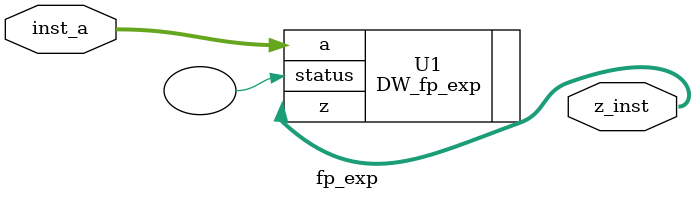
<source format=v>

module CNN(
    //Input Port
    clk,
    rst_n,
    in_valid,
    Img,
    Kernel_ch1,
    Kernel_ch2,
	Weight,
    Opt,

    //Output Port
    out_valid,
    out
    );


//---------------------------------------------------------------------
//   PARAMETER
//---------------------------------------------------------------------

// IEEE floating point parameter
parameter inst_sig_width = 23;
parameter inst_exp_width = 8;
parameter inst_ieee_compliance = 0;
parameter inst_arch_type = 0;
parameter inst_arch = 0;
parameter inst_faithful_round = 0;


input rst_n, clk, in_valid;
input [inst_sig_width+inst_exp_width:0] Img, Kernel_ch1, Kernel_ch2, Weight;
input Opt;

output reg	out_valid;
output reg [inst_sig_width+inst_exp_width:0] out;



//---------------------------------------------------------------------
//   Reg & Wires
//---------------------------------------------------------------------

reg [3:0] c_state, n_state;

reg [6:0] cnt, n_cnt;

reg [31:0] ker1[0:11], n_ker1[0:11];
reg [31:0] ker2[0:11], n_ker2[0:11];

reg [31:0] wei[0:23], n_wei[0:23];

// Opt[1] : 0 -> Sigmoid, Zero
// Opt[0] : 0 -> tanh, Replication 
reg Opt_reg, n_Opt_reg;

// original image
reg [31:0] ori_img[0:24], n_ori_img[0:24];

// feature map
reg [31:0] feature_map1[0:35];
reg [31:0] feature_map2[0:35];

reg [31:0] max_pooling1[0:3];
reg [31:0] max_pooling2[0:3];

// activation
// reg [31:0] activation_result1[0:7];
// reg [31:0] activation_result2[0:3];

// full connected
// reg [31:0] full_connected_result1;
// reg [31:0] full_connected_result2;
// reg [31:0] full_connected_result3;

// // normalization
// reg [31:0] normalized_result[0:7];

// reg [5:0] index;
integer i;

// reg [31:0]sum, exp1, exp2, exp3;

//---------------------------------------------------------------------
// Design
//---------------------------------------------------------------------
always@(posedge clk or negedge rst_n) begin
    if(!rst_n) begin
        cnt <= 0;
    end
    else begin
        cnt <= n_cnt;
    end
end
always@(*) begin
    if(!in_valid && cnt == 0) begin
        n_cnt = 0;
    end
    else if(cnt == 90/*91*/) begin
        n_cnt = 0;
    end
    else begin
        n_cnt = cnt + 1;
    end
end

always@(posedge clk) begin

    ori_img <= n_ori_img;
    ker1 <= n_ker1;
    ker2 <= n_ker2;
    wei <= n_wei;
    Opt_reg <= n_Opt_reg;
end


always@(*) begin
    n_ori_img = ori_img;
    case (cnt)
        0,25,50 : n_ori_img[0] = Img;
        1,26,51 : n_ori_img[1] = Img;
        2,27,52 : n_ori_img[2] = Img;
        3,28,53 : n_ori_img[3] = Img;
        4,29,54 : n_ori_img[4] = Img;
        5,30,55 : n_ori_img[5] = Img;
        6,31,56 : n_ori_img[6] = Img;
        7,32,57 : n_ori_img[7] = Img;
        8,33,58 : n_ori_img[8] = Img;
        9,34,59 : n_ori_img[9] = Img;
        10,35,60 : n_ori_img[10] = Img;
        11,36,61 : n_ori_img[11] = Img;//
        12,37,62 : n_ori_img[12] = Img;
        13,38,63 : n_ori_img[13] = Img;
        14,39,64 : n_ori_img[14] = Img;
        15,40,65 : n_ori_img[15] = Img;
        16,41,66 : n_ori_img[16] = Img;
        17,42,67 : n_ori_img[17] = Img;
        18,43,68 : n_ori_img[18] = Img;
        19,44,69 : n_ori_img[19] = Img;
        20,45,70 : n_ori_img[20] = Img;
        21,46,71 : n_ori_img[21] = Img;
        22,47,72 : n_ori_img[22] = Img;
        23,48,73 : n_ori_img[23] = Img;
        24,49,74 : n_ori_img[24] = Img;
        default : n_ori_img = ori_img;
    endcase
end


always@(*) begin
    n_ker1 = ker1;
    n_ker2 = ker2;
    if (in_valid && cnt < 12) begin
        n_ker1[cnt] = Kernel_ch1;
        n_ker2[cnt] = Kernel_ch2;
    end
    else if(cnt == 33 || cnt == 58)begin
        n_ker1[0] = ker1[4];
        n_ker1[1] = ker1[5];
        n_ker1[2] = ker1[6];
        n_ker1[3] = ker1[7];
        n_ker1[4] = ker1[8];
        n_ker1[5] = ker1[9];
        n_ker1[6] = ker1[10];
        n_ker1[7] = ker1[11];

        n_ker2[0] = ker2[4];
        n_ker2[1] = ker2[5];
        n_ker2[2] = ker2[6];
        n_ker2[3] = ker2[7];
        n_ker2[4] = ker2[8];
        n_ker2[5] = ker2[9];
        n_ker2[6] = ker2[10];
        n_ker2[7] = ker2[11];
    end
    /*else if()begin
        n_ker1[3:0] = ker1[11:8];
        n_ker2[3:0] = ker2[11:8];
    end*/
    else begin
        n_ker1 = ker1;
        n_ker2 = ker2;
    end
end

/*always@(posedge clk) begin
    if(cnt < 24)begin
        wei[23] <= Weight;
        wei[22] <= wei[23];
        wei[21] <= wei[22];
        wei[20] <= wei[21];
        wei[19] <= wei[20];
        wei[18] <= wei[19];
        wei[17] <= wei[18];
        wei[16] <= wei[17];
        wei[15] <= wei[16];
        wei[14] <= wei[15];
        wei[13] <= wei[14];
        wei[12] <= wei[13];
        wei[11] <= wei[12];
        wei[10] <= wei[11];
        wei[9] <= wei[10];
        wei[8] <= wei[9];
        wei[7] <= wei[8];
        wei[6] <= wei[7];
        wei[5] <= wei[6];
        wei[4] <= wei[5];
        wei[3] <= wei[4];
        wei[2] <= wei[3];
        wei[1] <= wei[2];
        wei[0] <= wei[1];
    end
    
end*/
// read data - Weight
always@(*) begin
    n_wei = wei;
    if(in_valid && cnt < 24) 
        n_wei[23] = Weight;
    else begin
        n_wei[23] = wei[0];
    end
    n_wei[0] = wei[1];
    n_wei[1] = wei[2];
    n_wei[2] = wei[3];
    n_wei[3] = wei[4];
    n_wei[4] = wei[5];
    n_wei[5] = wei[6];
    n_wei[6] = wei[7];
    n_wei[7] = wei[8];
    n_wei[8] = wei[9];
    n_wei[9] = wei[10];
    n_wei[10] = wei[11];
    n_wei[11] = wei[12];
    n_wei[12] = wei[13];
    n_wei[13] = wei[14];
    n_wei[14] = wei[15];
    n_wei[15] = wei[16];
    n_wei[16] = wei[17];
    n_wei[17] = wei[18];
    n_wei[18] = wei[19];
    n_wei[19] = wei[20];
    n_wei[20] = wei[21];
    n_wei[21] = wei[22];
    n_wei[22] = wei[23];

end
/*always@(*) begin
    n_wei = wei;
    if(in_valid && cnt < 24) 
        n_wei[cnt] = Weight;
    else if(cnt == 79 || cnt == 80 || cnt == 81) begin
        n_wei[0] = wei[1];
        n_wei[1] = wei[2];
        n_wei[2] = wei[3];
        //n_wei[3] = wei[4];
        n_wei[4] = wei[5];
        n_wei[5] = wei[6];
        n_wei[6] = wei[7];
        //n_wei[7] = wei[8];
        n_wei[8] = wei[9];
        n_wei[9] = wei[10];
        n_wei[10] = wei[11];
        //n_wei[11] = wei[12];
        n_wei[12] = wei[13];
        n_wei[13] = wei[14];
        n_wei[14] = wei[15];
        //n_wei[15] = wei[16];
        n_wei[16] = wei[17];
        n_wei[17] = wei[18];
        n_wei[18] = wei[19];
        //n_wei[19] = wei[20];
        n_wei[20] = wei[21];
        n_wei[21] = wei[22];
        n_wei[22] = wei[23];
    end
    else begin
        n_wei = wei;
    end
end*/

always@(*) begin
    n_Opt_reg = (cnt == 0  && in_valid) ? Opt : Opt_reg;
end

//==============================================//
//                 multipliers                  //
//==============================================//
reg [31:0] mul00_op1, mul00_op2;
wire [31:0] mul00_result;
reg [31:0] mul00_result_reg;
reg [31:0] mul01_op1, mul01_op2;
wire [31:0] mul01_result;
reg [31:0] mul01_result_reg;
reg [31:0] mul02_op1, mul02_op2;
wire [31:0] mul02_result;
reg [31:0] mul02_result_reg;
reg [31:0] mul03_op1, mul03_op2;
wire [31:0] mul03_result;
reg [31:0] mul03_result_reg;
reg [31:0] mul04_op1, mul04_op2;
wire [31:0] mul04_result;
reg [31:0] mul04_result_reg;
reg [31:0] mul05_op1, mul05_op2;  
wire [31:0] mul05_result;
reg [31:0] mul05_result_reg;
reg [31:0] mul06_op1, mul06_op2;
wire [31:0] mul06_result;
reg [31:0] mul06_result_reg;
reg [31:0] mul07_op1, mul07_op2;
wire [31:0] mul07_result;
reg [31:0] mul07_result_reg;

reg [31:0] mul10_op1, mul10_op2;
wire [31:0] mul10_result;
reg [31:0] mul10_result_reg;
reg [31:0] mul11_op1, mul11_op2;
wire [31:0] mul11_result;
reg [31:0] mul11_result_reg;
reg [31:0] mul12_op1, mul12_op2;
wire [31:0] mul12_result;
reg [31:0] mul12_result_reg;
reg [31:0] mul13_op1, mul13_op2;
wire [31:0] mul13_result;
reg [31:0] mul13_result_reg;
reg [31:0] mul14_op1, mul14_op2;
wire [31:0] mul14_result;
reg [31:0] mul14_result_reg;
reg [31:0] mul15_op1, mul15_op2;  
wire [31:0] mul15_result;
reg [31:0] mul15_result_reg;
reg [31:0] mul16_op1, mul16_op2;
wire [31:0] mul16_result;
reg [31:0] mul16_result_reg;
reg [31:0] mul17_op1, mul17_op2;
wire [31:0] mul17_result;
reg [31:0] mul17_result_reg;
//reg [31:0] mul8_op1, mul8_op2;
//wire [31:0] mul8_result;
fp_mult mult00(.inst_a(mul00_op1), .inst_b(mul00_op2), .inst_rnd(3'b000), .z_inst(mul00_result));//k1
fp_mult mult01(.inst_a(mul01_op1), .inst_b(mul01_op2), .inst_rnd(3'b000), .z_inst(mul01_result));
fp_mult mult02(.inst_a(mul02_op1), .inst_b(mul02_op2), .inst_rnd(3'b000), .z_inst(mul02_result));
fp_mult mult03(.inst_a(mul03_op1), .inst_b(mul03_op2), .inst_rnd(3'b000), .z_inst(mul03_result));
fp_mult mult04(.inst_a(mul04_op1), .inst_b(mul04_op2), .inst_rnd(3'b000), .z_inst(mul04_result));
fp_mult mult05(.inst_a(mul05_op1), .inst_b(mul05_op2), .inst_rnd(3'b000), .z_inst(mul05_result));
fp_mult mult06(.inst_a(mul06_op1), .inst_b(mul06_op2), .inst_rnd(3'b000), .z_inst(mul06_result));
fp_mult mult07(.inst_a(mul07_op1), .inst_b(mul07_op2), .inst_rnd(3'b000), .z_inst(mul07_result));

fp_mult mult10(.inst_a(mul10_op1), .inst_b(mul10_op2), .inst_rnd(3'b000), .z_inst(mul10_result));//k2
fp_mult mult11(.inst_a(mul11_op1), .inst_b(mul11_op2), .inst_rnd(3'b000), .z_inst(mul11_result));
fp_mult mult12(.inst_a(mul12_op1), .inst_b(mul12_op2), .inst_rnd(3'b000), .z_inst(mul12_result));
fp_mult mult13(.inst_a(mul13_op1), .inst_b(mul13_op2), .inst_rnd(3'b000), .z_inst(mul13_result));
fp_mult mult14(.inst_a(mul14_op1), .inst_b(mul14_op2), .inst_rnd(3'b000), .z_inst(mul14_result));
fp_mult mult15(.inst_a(mul15_op1), .inst_b(mul15_op2), .inst_rnd(3'b000), .z_inst(mul15_result));
fp_mult mult16(.inst_a(mul16_op1), .inst_b(mul16_op2), .inst_rnd(3'b000), .z_inst(mul16_result));
fp_mult mult17(.inst_a(mul17_op1), .inst_b(mul17_op2), .inst_rnd(3'b000), .z_inst(mul17_result));
//fp_mult mult8(.inst_a(mul8_op1), .inst_b(mul8_op2), .inst_rnd(3'b000), .z_inst(mul8_result));

always@(posedge clk) begin

    mul00_result_reg <= mul00_result;//k1
    mul01_result_reg <= mul01_result;
    mul02_result_reg <= mul02_result;
    mul03_result_reg <= mul03_result;
    mul04_result_reg <= mul04_result;
    mul05_result_reg <= mul05_result;
    mul06_result_reg <= mul06_result;
    mul07_result_reg <= mul07_result;

    mul10_result_reg <= mul10_result;//k2
    mul11_result_reg <= mul11_result;
    mul12_result_reg <= mul12_result;
    mul13_result_reg <= mul13_result;
    mul14_result_reg <= mul14_result;
    mul15_result_reg <= mul15_result;
    mul16_result_reg <= mul16_result;
    mul17_result_reg <= mul17_result;
end

//==============================================//
//                    adders                    //
//==============================================//
reg [31:0] add00_op1, add00_op2;
wire [31:0] add00_result;
reg [31:0] add01_op1, add01_op2;
wire [31:0] add01_result;
reg [31:0] add02_op1, add02_op2;
wire [31:0] add02_result;
reg [31:0] add03_op1, add03_op2;
wire [31:0] add03_result;
reg [31:0] add04_op1, add04_op2;
wire [31:0] add04_result;
reg [31:0] add05_op1, add05_op2;
wire [31:0] add05_result;
reg [31:0] add06_op1, add06_op2;
wire [31:0] add06_result;
reg [31:0] add07_op1, add07_op2;
wire [31:0] add07_result;

reg [31:0] add10_op1, add10_op2;
wire [31:0] add10_result;
reg [31:0] add11_op1, add11_op2;
wire [31:0] add11_result;
reg [31:0] add12_op1, add12_op2;
wire [31:0] add12_result;
reg [31:0] add13_op1, add13_op2;
wire [31:0] add13_result;
reg [31:0] add14_op1, add14_op2;
wire [31:0] add14_result;
reg [31:0] add15_op1, add15_op2;
wire [31:0] add15_result;
reg [31:0] add16_op1, add16_op2;
wire [31:0] add16_result;
reg [31:0] add17_op1, add17_op2;
wire [31:0] add17_result;
// reg [31:0] add8_op1, add8_op2;
//wire [31:0] add8_result;

// k1
fp_add add00(.inst_a(add00_op1), .inst_b(add00_op2), .inst_rnd(3'b000), .z_inst(add00_result));// k1
fp_add add01(.inst_a(add01_op1), .inst_b(add01_op2), .inst_rnd(3'b000), .z_inst(add01_result));
fp_add add02(.inst_a(add02_op1), .inst_b(add02_op2), .inst_rnd(3'b000), .z_inst(add02_result));
fp_add add03(.inst_a(add03_op1), .inst_b(add03_op2), .inst_rnd(3'b000), .z_inst(add03_result));
fp_add add04(.inst_a(add04_op1), .inst_b(add04_op2), .inst_rnd(3'b000), .z_inst(add04_result));
fp_add add05(.inst_a(add05_op1), .inst_b(add05_op2), .inst_rnd(3'b000), .z_inst(add05_result));
fp_add add06(.inst_a(add06_op1), .inst_b(add06_op2), .inst_rnd(3'b000), .z_inst(add06_result));
fp_add add07(.inst_a(add07_op1), .inst_b(add07_op2), .inst_rnd(3'b000), .z_inst(add07_result));
// fp_add add8(.inst_a(add7_result), .inst_b(add6_result), .inst_rnd(3'b000), .z_inst(add8_result));

// k2
fp_add add10(.inst_a(add10_op1), .inst_b(add10_op2), .inst_rnd(3'b000), .z_inst(add10_result));// k2
fp_add add11(.inst_a(add11_op1), .inst_b(add11_op2), .inst_rnd(3'b000), .z_inst(add11_result));
fp_add add12(.inst_a(add12_op1), .inst_b(add12_op2), .inst_rnd(3'b000), .z_inst(add12_result));
fp_add add13(.inst_a(add13_op1), .inst_b(add13_op2), .inst_rnd(3'b000), .z_inst(add13_result));
fp_add add14(.inst_a(add14_op1), .inst_b(add14_op2), .inst_rnd(3'b000), .z_inst(add14_result));
fp_add add15(.inst_a(add15_op1), .inst_b(add15_op2), .inst_rnd(3'b000), .z_inst(add15_result));
fp_add add16(.inst_a(add16_op1), .inst_b(add16_op2), .inst_rnd(3'b000), .z_inst(add16_result));
fp_add add17(.inst_a(add17_op1), .inst_b(add17_op2), .inst_rnd(3'b000), .z_inst(add17_result));

reg  [31:0] exp0_input, exp1_input;
wire [31:0] exp0_result, exp1_result;
reg  [31:0] exp0_result_reg, exp1_result_reg;
fp_exp exp00(.inst_a(exp0_input), .z_inst(exp0_result));
fp_exp exp01(.inst_a(exp1_input), .z_inst(exp1_result));

always@(posedge clk) begin
    exp0_result_reg <= exp0_result;
    exp1_result_reg <= exp1_result;
end

reg  [31:0] div0_op1, div0_op2;
wire [31:0] div0_result;
// reg  [31:0] div0_result_reg;
reg  [31:0] div1_op1, div1_op2;
wire [31:0] div1_result;
// reg  [31:0] div1_result_reg;
fp_div div0(.inst_a(div0_op1), .inst_b(div0_op2), .inst_rnd(3'b000), .z_inst(div0_result));
fp_div div1(.inst_a(div1_op1), .inst_b(div1_op2), .inst_rnd(3'b000), .z_inst(div1_result));

// always@(posedge clk) begin
//     div0_result_reg <= div0_result;
//     div1_result_reg <= div1_result;
// end

always@(*) begin
        //k1
        add00_op1 = mul00_result_reg; add00_op2 = mul01_result_reg;
        add01_op1 = mul02_result_reg; add01_op2 = mul03_result_reg;
        add02_op1 = add00_result;     add02_op2 = feature_map1[0];
        add03_op1 = add02_result;     add03_op2 = add01_result;
        add04_op1 = mul04_result_reg; add04_op2 = mul05_result_reg;
        add05_op1 = mul06_result_reg; add05_op2 = mul07_result_reg;
        add06_op1 = add04_result;     add06_op2 = feature_map1[1];
        add07_op1 = add06_result;     add07_op2 = add05_result;
        //k2
        add10_op1 = mul10_result_reg; add10_op2 = mul11_result_reg;
        add11_op1 = mul12_result_reg; add11_op2 = mul13_result_reg;
        add12_op1 = add10_result;     add12_op2 = feature_map2[0];
        add13_op1 = add12_result;     add13_op2 = add11_result;
        add14_op1 = mul14_result_reg; add14_op2 = mul15_result_reg;
        add15_op1 = mul16_result_reg; add15_op2 = mul17_result_reg;
        add16_op1 = add14_result;     add16_op2 = feature_map2[1];
        add17_op1 = add16_result;     add17_op2 = add15_result;
    // activation
    if(cnt == 80) begin
        add01_op1 = mul00_result_reg; add01_op2 = mul01_result_reg;
        add03_op1 = mul02_result_reg; add03_op2 = mul03_result_reg;
        add05_op1 = mul10_result_reg; add05_op2 = mul11_result_reg;//04 05
    end
    else if(cnt == 81 || cnt == 82 || cnt == 83) begin
        add00_op1 = mul00_result_reg; add00_op2 = feature_map1[33];
        add01_op1 = add00_result;     add01_op2 = mul01_result_reg; //full_connected_result1
        add02_op1 = mul02_result_reg; add02_op2 = feature_map1[34];
        add03_op1 = add02_result;     add03_op2 = mul03_result_reg; //full_connected_result2
        add04_op1 = mul10_result_reg; add04_op2 = feature_map1[35];
        add05_op1 = add04_result;     add05_op2 = mul11_result_reg; //full_connected_result3
    end
    // softmax
    else if(cnt == 85) begin
        add01_op1 = exp0_result_reg; 
        add01_op2 = exp1_result_reg;
    end
    else if(cnt == 86) begin
        add01_op1 = exp0_result_reg; 
        add01_op2 = feature_map1[35];//sum
    end
end

always@(posedge clk) begin
    if(cnt == 0) begin
        for(i = 0; i < 36; i = i + 1) begin
            feature_map1[i] <= 0;
            feature_map2[i] <= 0;
        end
    end
    else if((cnt > 9 && cnt < 28) || (cnt > 34 && cnt < 53) || (cnt > 59 && cnt < 78)) begin
        feature_map1[0] <= feature_map1[2];
        feature_map1[1] <= feature_map1[3];
        feature_map1[2] <= feature_map1[4];
        feature_map1[3] <= feature_map1[5];
        feature_map1[4] <= feature_map1[6];
        feature_map1[5] <= feature_map1[7];
        feature_map1[6] <= feature_map1[8];
        feature_map1[7] <= feature_map1[9];
        feature_map1[8] <= feature_map1[10];
        feature_map1[9] <= feature_map1[11];
        feature_map1[10] <= feature_map1[12];
        feature_map1[11] <= feature_map1[13];
        feature_map1[12] <= feature_map1[14];
        feature_map1[13] <= feature_map1[15];
        feature_map1[14] <= feature_map1[16];
        feature_map1[15] <= feature_map1[17];
        feature_map1[16] <= feature_map1[18];
        feature_map1[17] <= feature_map1[19];
        feature_map1[18] <= feature_map1[20];
        feature_map1[19] <= feature_map1[21];
        feature_map1[20] <= feature_map1[22];
        feature_map1[21] <= feature_map1[23];
        feature_map1[22] <= feature_map1[24];
        feature_map1[23] <= feature_map1[25];
        feature_map1[24] <= feature_map1[26];
        feature_map1[25] <= feature_map1[27];
        feature_map1[26] <= feature_map1[28];
        feature_map1[27] <= feature_map1[29];
        feature_map1[28] <= feature_map1[30];
        feature_map1[29] <= feature_map1[31];
        feature_map1[30] <= feature_map1[32];
        feature_map1[31] <= feature_map1[33];
        feature_map1[32] <= feature_map1[34];
        feature_map1[33] <= feature_map1[35];
        feature_map1[34] <= add03_result;
        feature_map1[35] <= add07_result;

        feature_map2[0] <= feature_map2[2];
        feature_map2[1] <= feature_map2[3];
        feature_map2[2] <= feature_map2[4];
        feature_map2[3] <= feature_map2[5];
        feature_map2[4] <= feature_map2[6];
        feature_map2[5] <= feature_map2[7];
        feature_map2[6] <= feature_map2[8];
        feature_map2[7] <= feature_map2[9];
        feature_map2[8] <= feature_map2[10];
        feature_map2[9] <= feature_map2[11];
        feature_map2[10] <= feature_map2[12];
        feature_map2[11] <= feature_map2[13];
        feature_map2[12] <= feature_map2[14];
        feature_map2[13] <= feature_map2[15];
        feature_map2[14] <= feature_map2[16];
        feature_map2[15] <= feature_map2[17];
        feature_map2[16] <= feature_map2[18];
        feature_map2[17] <= feature_map2[19];
        feature_map2[18] <= feature_map2[20];
        feature_map2[19] <= feature_map2[21];
        feature_map2[20] <= feature_map2[22];
        feature_map2[21] <= feature_map2[23];
        feature_map2[22] <= feature_map2[24];
        feature_map2[23] <= feature_map2[25];
        feature_map2[24] <= feature_map2[26];
        feature_map2[25] <= feature_map2[27];
        feature_map2[26] <= feature_map2[28];
        feature_map2[27] <= feature_map2[29];
        feature_map2[28] <= feature_map2[30];
        feature_map2[29] <= feature_map2[31];
        feature_map2[30] <= feature_map2[32];
        feature_map2[31] <= feature_map2[33];
        feature_map2[32] <= feature_map2[34];
        feature_map2[33] <= feature_map2[35];
        feature_map2[34] <= add13_result;
        feature_map2[35] <= add17_result;
    end
    else if(cnt == 78 || cnt == 79 || cnt == 80 || cnt == 81) begin
        feature_map1[0] <= div0_result; //activation_result1[0]
        feature_map2[0] <= div1_result; //activation_result1[4]
        feature_map1[33] <= add01_result; //full_connected_result1
        feature_map1[34] <= add03_result; //full_connected_result2
        feature_map1[35] <= add05_result; //full_connected_result3
    end
    if(cnt == 82 || cnt == 83) begin
        feature_map1[33] <= add01_result; //full_connected_result1
        feature_map1[34] <= add03_result; //full_connected_result2
        feature_map1[35] <= add05_result; //full_connected_result3
    end
    if(cnt == 84) begin
        feature_map1[32] <= exp0_result;//exp1
        feature_map1[33] <= exp1_result;//exp2
    end
    else if(cnt == 85) begin
        feature_map1[34] <= exp0_result;//exp3
        feature_map1[35] <= add01_result;//sum
    end
    else if(cnt == 86) begin
        feature_map1[35] <= add01_result;//sum
    end
    else if(cnt == 87 || cnt == 88 || cnt == 89) begin
        feature_map1[0] <= div0_result; //output
    end

end

always@(*) begin
    mul00_op1 = 0; mul01_op1 = 0; 
    mul02_op1 = 0; mul03_op1 = 0;
    mul04_op1 = 0; mul05_op1 = 0;
    mul06_op1 = 0; mul07_op1 = 0;
    // row 0
    if(cnt == 9 || cnt == 34 || cnt == 59) begin
        mul00_op1 = (Opt_reg) ? ori_img[ 0] : 0; mul01_op1 = (Opt_reg) ? ori_img[ 0] : 0; 
        mul02_op1 = (Opt_reg) ? ori_img[ 0] : 0; mul03_op1 =             ori_img[ 0]; 
        mul04_op1 = (Opt_reg) ? ori_img[ 0] : 0; mul05_op1 = (Opt_reg) ? ori_img[ 1] : 0;
        mul06_op1 =             ori_img[ 0];     mul07_op1 =             ori_img[ 1];
    end else if(cnt == 10 || cnt == 35 || cnt == 60) begin
        mul00_op1 = (Opt_reg) ? ori_img[ 1] : 0; mul01_op1 = (Opt_reg) ? ori_img[ 2] : 0; 
        mul02_op1 =             ori_img[ 1];     mul03_op1 =             ori_img[ 2]; 
        mul04_op1 = (Opt_reg) ? ori_img[ 2] : 0; mul05_op1 = (Opt_reg) ? ori_img[ 3] : 0;
        mul06_op1 =             ori_img[ 2];     mul07_op1 =             ori_img[ 3];
    end else if(cnt == 11 || cnt == 36 || cnt == 61) begin 
        mul00_op1 = (Opt_reg) ? ori_img[ 3] : 0; mul01_op1 = (Opt_reg) ? ori_img[ 4] : 0; 
        mul02_op1 =             ori_img[ 3];     mul03_op1 =             ori_img[ 4]; 
        mul04_op1 = (Opt_reg) ? ori_img[ 4] : 0; mul05_op1 = (Opt_reg) ? ori_img[ 4] : 0;
        mul06_op1 =             ori_img[ 4];     mul07_op1 = (Opt_reg) ? ori_img[ 4] : 0; 
    end 
    // row 1
    else if(cnt == 12 || cnt == 37 || cnt == 62) begin
        mul00_op1 = (Opt_reg) ? ori_img[ 0] : 0; mul01_op1 =             ori_img[ 0]; 
        mul02_op1 = (Opt_reg) ? ori_img[ 5] : 0; mul03_op1 =             ori_img[ 5]; 
        mul04_op1 =             ori_img[ 0];     mul05_op1 =             ori_img[ 1];
        mul06_op1 =             ori_img[ 5];     mul07_op1 =             ori_img[ 6];  
    end else if(cnt == 13 || cnt == 38 || cnt == 63) begin 
        mul00_op1 =             ori_img[ 1];     mul01_op1 =             ori_img[ 2]; 
        mul02_op1 =             ori_img[ 6];     mul03_op1 =             ori_img[ 7]; 
        mul04_op1 =             ori_img[ 2];     mul05_op1 =             ori_img[ 3];
        mul06_op1 =             ori_img[ 7];     mul07_op1 =             ori_img[ 8];                 
    end else if(cnt == 14 || cnt == 39 || cnt == 64) begin
        mul00_op1 =             ori_img[ 3];     mul01_op1 =             ori_img[ 4]; 
        mul02_op1 =             ori_img[ 8];     mul03_op1 =             ori_img[ 9]; 
        mul04_op1 =             ori_img[ 4];     mul05_op1 = (Opt_reg) ? ori_img[ 4] : 0;
        mul06_op1 =             ori_img[ 9];     mul07_op1 = (Opt_reg) ? ori_img[ 9] : 0; 
    end
    // row 2
    else if(cnt == 15 || cnt == 40 || cnt == 65) begin
        mul00_op1 = (Opt_reg) ? ori_img[ 5] : 0; mul01_op1 =             ori_img[ 5]; 
        mul02_op1 = (Opt_reg) ? ori_img[10] : 0; mul03_op1 =             ori_img[10]; 
        mul04_op1 =             ori_img[ 5];     mul05_op1 =             ori_img[ 6];
        mul06_op1 =             ori_img[10];     mul07_op1 =             ori_img[11];
    end else if(cnt == 16 || cnt == 41 || cnt == 66) begin
        mul00_op1 =             ori_img[ 6];     mul01_op1 =             ori_img[ 7]; 
        mul02_op1 =             ori_img[11];     mul03_op1 =             ori_img[12]; 
        mul04_op1 =             ori_img[ 7];     mul05_op1 =             ori_img[ 8];
        mul06_op1 =             ori_img[12];     mul07_op1 =             ori_img[13];
    end else if(cnt == 17 || cnt == 42 || cnt == 67) begin    
        mul00_op1 =             ori_img[ 8];     mul01_op1 =             ori_img[ 9]; 
        mul02_op1 =             ori_img[13];     mul03_op1 =             ori_img[14]; 
        mul04_op1 =             ori_img[ 9];     mul05_op1 = (Opt_reg) ? ori_img[ 9] : 0;
        mul06_op1 =             ori_img[14];     mul07_op1 = (Opt_reg) ? ori_img[14] : 0;                
    end 
    // row 3
    else if(cnt == 18 || cnt == 43 || cnt == 68) begin    
        mul00_op1 = (Opt_reg) ? ori_img[10] : 0; mul01_op1 =             ori_img[10]; 
        mul02_op1 = (Opt_reg) ? ori_img[15] : 0; mul03_op1 =             ori_img[15]; 
        mul04_op1 =             ori_img[10];     mul05_op1 =             ori_img[11];
        mul06_op1 =             ori_img[15];     mul07_op1 =             ori_img[16];
    end else if(cnt == 19 || cnt == 44 || cnt == 69) begin    
        mul00_op1 =             ori_img[11];     mul01_op1 =             ori_img[12]; 
        mul02_op1 =             ori_img[16];     mul03_op1 =             ori_img[17]; 
        mul04_op1 =             ori_img[12];     mul05_op1 =             ori_img[13];
        mul06_op1 =             ori_img[17];     mul07_op1 =             ori_img[18];            
    end else if(cnt == 20 || cnt == 45 || cnt == 70) begin
        mul00_op1 =             ori_img[13];     mul01_op1 =             ori_img[14]; 
        mul02_op1 =             ori_img[18];     mul03_op1 =             ori_img[19]; 
        mul04_op1 =             ori_img[14];     mul05_op1 = (Opt_reg) ? ori_img[14] : 0;
        mul06_op1 =             ori_img[19];     mul07_op1 = (Opt_reg) ? ori_img[19] : 0; 
    end
    // last row 
    else if(cnt == 21 || cnt == 46 || cnt == 71) begin
        mul00_op1 = (Opt_reg) ? ori_img[15] : 0; mul01_op1 =             ori_img[15]; 
        mul02_op1 = (Opt_reg) ? ori_img[20] : 0; mul03_op1 =             ori_img[20]; 
        mul04_op1 = (Opt_reg) ? ori_img[20] : 0; mul05_op1 =             ori_img[20];
        mul06_op1 = (Opt_reg) ? ori_img[20] : 0; mul07_op1 = (Opt_reg) ? ori_img[20] : 0; 
    end else if(cnt == 22 || cnt == 47 || cnt == 72) begin
        mul00_op1 =             ori_img[15];     mul01_op1 =             ori_img[16]; 
        mul02_op1 =             ori_img[20];     mul03_op1 =             ori_img[21]; 
        mul04_op1 =             ori_img[20];     mul05_op1 =             ori_img[21];
        mul06_op1 = (Opt_reg) ? ori_img[20] : 0; mul07_op1 = (Opt_reg) ? ori_img[21] : 0; 
    end else if(cnt == 23 || cnt == 48 || cnt == 73) begin    
        mul00_op1 =             ori_img[16];     mul01_op1 =             ori_img[17]; 
        mul02_op1 =             ori_img[21];     mul03_op1 =             ori_img[22]; 
        mul04_op1 =             ori_img[21];     mul05_op1 =             ori_img[22];
        mul06_op1 = (Opt_reg) ? ori_img[21] : 0; mul07_op1 = (Opt_reg) ? ori_img[22] : 0;             
    end else if(cnt == 24 || cnt == 49 || cnt == 74) begin    
        mul00_op1 =             ori_img[17];     mul01_op1 =             ori_img[18]; 
        mul02_op1 =             ori_img[22];     mul03_op1 =             ori_img[23]; 
        mul04_op1 =             ori_img[22];     mul05_op1 =             ori_img[23];
        mul06_op1 = (Opt_reg) ? ori_img[22] : 0; mul07_op1 = (Opt_reg) ? ori_img[23] : 0; 
    end else if(cnt == 25 || cnt == 50 || cnt == 75) begin    
        mul00_op1 =             ori_img[18];     mul01_op1 =             ori_img[19]; 
        mul02_op1 =             ori_img[23];     mul03_op1 =             ori_img[24]; 
        mul04_op1 =             ori_img[23];     mul05_op1 =             ori_img[24];
        mul06_op1 = (Opt_reg) ? ori_img[23] : 0; mul07_op1 = (Opt_reg) ? ori_img[24] : 0;            
    end else if(cnt == 26 || cnt == 51 || cnt == 76) begin   
        mul00_op1 =             ori_img[19];     mul01_op1 = (Opt_reg) ? ori_img[19] : 0;
        mul02_op1 =             ori_img[24];     mul03_op1 = (Opt_reg) ? ori_img[24] : 0;
        mul04_op1 =             ori_img[24];     mul05_op1 = (Opt_reg) ? ori_img[24] : 0;
        mul06_op1 = (Opt_reg) ? ori_img[24] : 0; mul07_op1 = (Opt_reg) ? ori_img[24] : 0; 
    end 
    // activation
    else if(cnt == 79 || cnt == 80 || cnt == 81 || cnt == 82) begin
        mul00_op1 = feature_map1[0]; mul01_op1 = feature_map2[0];//activation_result1[0] [4]
        mul02_op1 = feature_map1[0]; mul03_op1 = feature_map2[0];
        //mul10_op1 = feature_map1[0]; mul11_op1 = feature_map2[0];//mul04_op1 = feature_map1[0]; mul05_op1 = feature_map2[0];
    end
end
always@(*) begin
    mul10_op1 = mul00_op1; 
    mul11_op1 = mul01_op1; 
    mul12_op1 = mul02_op1; 
    mul13_op1 = mul03_op1;
    mul14_op1 = mul04_op1; 
    mul15_op1 = mul05_op1;
    mul16_op1 = mul06_op1; 
    mul17_op1 = mul07_op1;
end
/*always@(*) begin
    mul00_op1 = 0; mul01_op1 = 0; 
    mul02_op1 = 0; mul03_op1 = 0;
    mul04_op1 = 0; mul05_op1 = 0;
    mul06_op1 = 0; mul07_op1 = 0;
    mul10_op1 = 0; mul11_op1 = 0; 
    mul12_op1 = 0; mul13_op1 = 0;
    mul14_op1 = 0; mul15_op1 = 0;
    mul16_op1 = 0; mul17_op1 = 0;
    // row 0
    if(cnt == 9 || cnt == 34 || cnt == 59) begin
        mul00_op1 = (Opt_reg) ? ori_img[ 0] : 0; mul01_op1 = (Opt_reg) ? ori_img[ 0] : 0; 
        mul02_op1 = (Opt_reg) ? ori_img[ 0] : 0; mul03_op1 =             ori_img[ 0]; 
        mul04_op1 = (Opt_reg) ? ori_img[ 0] : 0; mul05_op1 = (Opt_reg) ? ori_img[ 1] : 0;
        mul06_op1 =             ori_img[ 0];     mul07_op1 =             ori_img[ 1];

        mul10_op1 = (Opt_reg) ? ori_img[ 0] : 0; mul11_op1 = (Opt_reg) ? ori_img[ 0] : 0; 
        mul12_op1 = (Opt_reg) ? ori_img[ 0] : 0; mul13_op1 =             ori_img[ 0]; 
        mul14_op1 = (Opt_reg) ? ori_img[ 0] : 0; mul15_op1 = (Opt_reg) ? ori_img[ 1] : 0;
        mul16_op1 =             ori_img[ 0];     mul17_op1 =             ori_img[ 1];
    end else if(cnt == 10 || cnt == 35 || cnt == 60) begin
        mul00_op1 = (Opt_reg) ? ori_img[ 1] : 0; mul01_op1 = (Opt_reg) ? ori_img[ 2] : 0; 
        mul02_op1 =             ori_img[ 1];     mul03_op1 =             ori_img[ 2]; 
        mul04_op1 = (Opt_reg) ? ori_img[ 2] : 0; mul05_op1 = (Opt_reg) ? ori_img[ 3] : 0;
        mul06_op1 =             ori_img[ 2];     mul07_op1 =             ori_img[ 3];

        mul10_op1 = (Opt_reg) ? ori_img[ 1] : 0; mul11_op1 = (Opt_reg) ? ori_img[ 2] : 0; 
        mul12_op1 =             ori_img[ 1];     mul13_op1 =             ori_img[ 2]; 
        mul14_op1 = (Opt_reg) ? ori_img[ 2] : 0; mul15_op1 = (Opt_reg) ? ori_img[ 3] : 0;
        mul16_op1 =             ori_img[ 2];     mul17_op1 =             ori_img[ 3];
    end else if(cnt == 11 || cnt == 36 || cnt == 61) begin 
        mul00_op1 = (Opt_reg) ? ori_img[ 3] : 0; mul01_op1 = (Opt_reg) ? ori_img[ 4] : 0; 
        mul02_op1 =             ori_img[ 3];     mul03_op1 =             ori_img[ 4]; 
        mul04_op1 = (Opt_reg) ? ori_img[ 4] : 0; mul05_op1 = (Opt_reg) ? ori_img[ 4] : 0;
        mul06_op1 =             ori_img[ 4];     mul07_op1 = (Opt_reg) ? ori_img[ 4] : 0; 

        mul10_op1 = (Opt_reg) ? ori_img[ 3] : 0; mul11_op1 = (Opt_reg) ? ori_img[ 4] : 0; 
        mul12_op1 =             ori_img[ 3];     mul13_op1 =             ori_img[ 4]; 
        mul14_op1 = (Opt_reg) ? ori_img[ 4] : 0; mul15_op1 = (Opt_reg) ? ori_img[ 4] : 0;
        mul16_op1 =             ori_img[ 4];     mul17_op1 = (Opt_reg) ? ori_img[ 4] : 0; 
    end 
    // row 1
    else if(cnt == 12 || cnt == 37 || cnt == 62) begin
        mul00_op1 = (Opt_reg) ? ori_img[ 0] : 0; mul01_op1 =             ori_img[ 0]; 
        mul02_op1 = (Opt_reg) ? ori_img[ 5] : 0; mul03_op1 =             ori_img[ 5]; 
        mul04_op1 =             ori_img[ 0];     mul05_op1 =             ori_img[ 1];
        mul06_op1 =             ori_img[ 5];     mul07_op1 =             ori_img[ 6];  

        mul10_op1 = (Opt_reg) ? ori_img[ 0] : 0; mul11_op1 =             ori_img[ 0]; 
        mul12_op1 = (Opt_reg) ? ori_img[ 5] : 0; mul13_op1 =             ori_img[ 5]; 
        mul14_op1 =             ori_img[ 0];     mul15_op1 =             ori_img[ 1];
        mul16_op1 =             ori_img[ 5];     mul17_op1 =             ori_img[ 6]; 
    end else if(cnt == 13 || cnt == 38 || cnt == 63) begin 
        mul00_op1 =             ori_img[ 1];     mul01_op1 =             ori_img[ 2]; 
        mul02_op1 =             ori_img[ 6];     mul03_op1 =             ori_img[ 7]; 
        mul04_op1 =             ori_img[ 2];     mul05_op1 =             ori_img[ 3];
        mul06_op1 =             ori_img[ 7];     mul07_op1 =             ori_img[ 8];   

        mul10_op1 =             ori_img[ 1];     mul11_op1 =             ori_img[ 2]; 
        mul12_op1 =             ori_img[ 6];     mul13_op1 =             ori_img[ 7]; 
        mul14_op1 =             ori_img[ 2];     mul15_op1 =             ori_img[ 3];
        mul16_op1 =             ori_img[ 7];     mul17_op1 =             ori_img[ 8];               
    end else if(cnt == 14 || cnt == 39 || cnt == 64) begin
        mul00_op1 =             ori_img[ 3];     mul01_op1 =             ori_img[ 4]; 
        mul02_op1 =             ori_img[ 8];     mul03_op1 =             ori_img[ 9]; 
        mul04_op1 =             ori_img[ 4];     mul05_op1 = (Opt_reg) ? ori_img[ 4] : 0;
        mul06_op1 =             ori_img[ 9];     mul07_op1 = (Opt_reg) ? ori_img[ 9] : 0; 

        mul10_op1 =             ori_img[ 3];     mul11_op1 =             ori_img[ 4]; 
        mul12_op1 =             ori_img[ 8];     mul13_op1 =             ori_img[ 9]; 
        mul14_op1 =             ori_img[ 4];     mul15_op1 = (Opt_reg) ? ori_img[ 4] : 0;
        mul16_op1 =             ori_img[ 9];     mul17_op1 = (Opt_reg) ? ori_img[ 9] : 0; 
    end
    // row 2
    else if(cnt == 15 || cnt == 40 || cnt == 65) begin
        mul00_op1 = (Opt_reg) ? ori_img[ 5] : 0; mul01_op1 =             ori_img[ 5]; 
        mul02_op1 = (Opt_reg) ? ori_img[10] : 0; mul03_op1 =             ori_img[10]; 
        mul04_op1 =             ori_img[ 5];     mul05_op1 =             ori_img[ 6];
        mul06_op1 =             ori_img[10];     mul07_op1 =             ori_img[11];

        mul10_op1 = (Opt_reg) ? ori_img[ 5] : 0; mul11_op1 =             ori_img[ 5]; 
        mul12_op1 = (Opt_reg) ? ori_img[10] : 0; mul13_op1 =             ori_img[10]; 
        mul14_op1 =             ori_img[ 5];     mul15_op1 =             ori_img[ 6];
        mul16_op1 =             ori_img[10];     mul17_op1 =             ori_img[11];
    end else if(cnt == 16 || cnt == 41 || cnt == 66) begin
        mul00_op1 =             ori_img[ 6];     mul01_op1 =             ori_img[ 7]; 
        mul02_op1 =             ori_img[11];     mul03_op1 =             ori_img[12]; 
        mul04_op1 =             ori_img[ 7];     mul05_op1 =             ori_img[ 8];
        mul06_op1 =             ori_img[12];     mul07_op1 =             ori_img[13];

        mul10_op1 =             ori_img[ 6];     mul11_op1 =             ori_img[ 7]; 
        mul12_op1 =             ori_img[11];     mul13_op1 =             ori_img[12]; 
        mul14_op1 =             ori_img[ 7];     mul15_op1 =             ori_img[ 8];
        mul16_op1 =             ori_img[12];     mul17_op1 =             ori_img[13];
    end else if(cnt == 17 || cnt == 42 || cnt == 67) begin    
        mul00_op1 =             ori_img[ 8];     mul01_op1 =             ori_img[ 9]; 
        mul02_op1 =             ori_img[13];     mul03_op1 =             ori_img[14]; 
        mul04_op1 =             ori_img[ 9];     mul05_op1 = (Opt_reg) ? ori_img[ 9] : 0;
        mul06_op1 =             ori_img[14];     mul07_op1 = (Opt_reg) ? ori_img[14] : 0;      

        mul10_op1 =             ori_img[ 8];     mul11_op1 =             ori_img[ 9]; 
        mul12_op1 =             ori_img[13];     mul13_op1 =             ori_img[14]; 
        mul14_op1 =             ori_img[ 9];     mul15_op1 = (Opt_reg) ? ori_img[ 9] : 0;
        mul16_op1 =             ori_img[14];     mul17_op1 = (Opt_reg) ? ori_img[14] : 0;             
    end 
    // row 3
    else if(cnt == 18 || cnt == 43 || cnt == 68) begin    
        mul00_op1 = (Opt_reg) ? ori_img[10] : 0; mul01_op1 =             ori_img[10]; 
        mul02_op1 = (Opt_reg) ? ori_img[15] : 0; mul03_op1 =             ori_img[15]; 
        mul04_op1 =             ori_img[10];     mul05_op1 =             ori_img[11];
        mul06_op1 =             ori_img[15];     mul07_op1 =             ori_img[16];

        mul10_op1 = (Opt_reg) ? ori_img[10] : 0; mul11_op1 =             ori_img[10]; 
        mul12_op1 = (Opt_reg) ? ori_img[15] : 0; mul13_op1 =             ori_img[15]; 
        mul14_op1 =             ori_img[10];     mul15_op1 =             ori_img[11];
        mul16_op1 =             ori_img[15];     mul17_op1 =             ori_img[16];
    end else if(cnt == 19 || cnt == 44 || cnt == 69) begin    
        mul00_op1 =             ori_img[11];     mul01_op1 =             ori_img[12]; 
        mul02_op1 =             ori_img[16];     mul03_op1 =             ori_img[17]; 
        mul04_op1 =             ori_img[12];     mul05_op1 =             ori_img[13];
        mul06_op1 =             ori_img[17];     mul07_op1 =             ori_img[18];        

        mul10_op1 =             ori_img[11];     mul11_op1 =             ori_img[12]; 
        mul12_op1 =             ori_img[16];     mul13_op1 =             ori_img[17]; 
        mul14_op1 =             ori_img[12];     mul15_op1 =             ori_img[13];
        mul16_op1 =             ori_img[17];     mul17_op1 =             ori_img[18];         
    end else if(cnt == 20 || cnt == 45 || cnt == 70) begin
        mul00_op1 =             ori_img[13];     mul01_op1 =             ori_img[14]; 
        mul02_op1 =             ori_img[18];     mul03_op1 =             ori_img[19]; 
        mul04_op1 =             ori_img[14];     mul05_op1 = (Opt_reg) ? ori_img[14] : 0;
        mul06_op1 =             ori_img[19];     mul07_op1 = (Opt_reg) ? ori_img[19] : 0; 

        mul10_op1 =             ori_img[13];     mul11_op1 =             ori_img[14]; 
        mul12_op1 =             ori_img[18];     mul13_op1 =             ori_img[19]; 
        mul14_op1 =             ori_img[14];     mul15_op1 = (Opt_reg) ? ori_img[14] : 0;
        mul16_op1 =             ori_img[19];     mul17_op1 = (Opt_reg) ? ori_img[19] : 0; 
    end
    // last row 
    else if(cnt == 21 || cnt == 46 || cnt == 71) begin
        mul00_op1 = (Opt_reg) ? ori_img[15] : 0; mul01_op1 =             ori_img[15]; 
        mul02_op1 = (Opt_reg) ? ori_img[20] : 0; mul03_op1 =             ori_img[20]; 
        mul04_op1 = (Opt_reg) ? ori_img[20] : 0; mul05_op1 =             ori_img[20];
        mul06_op1 = (Opt_reg) ? ori_img[20] : 0; mul07_op1 = (Opt_reg) ? ori_img[20] : 0; 

        mul10_op1 = (Opt_reg) ? ori_img[15] : 0; mul11_op1 =             ori_img[15]; 
        mul12_op1 = (Opt_reg) ? ori_img[20] : 0; mul13_op1 =             ori_img[20]; 
        mul14_op1 = (Opt_reg) ? ori_img[20] : 0; mul15_op1 =             ori_img[20];
        mul16_op1 = (Opt_reg) ? ori_img[20] : 0; mul17_op1 = (Opt_reg) ? ori_img[20] : 0; 
    end else if(cnt == 22 || cnt == 47 || cnt == 72) begin
        mul00_op1 =             ori_img[15];     mul01_op1 =             ori_img[16]; 
        mul02_op1 =             ori_img[20];     mul03_op1 =             ori_img[21]; 
        mul04_op1 =             ori_img[20];     mul05_op1 =             ori_img[21];
        mul06_op1 = (Opt_reg) ? ori_img[20] : 0; mul07_op1 = (Opt_reg) ? ori_img[21] : 0; 

        mul10_op1 =             ori_img[15];     mul11_op1 =             ori_img[16]; 
        mul12_op1 =             ori_img[20];     mul13_op1 =             ori_img[21]; 
        mul14_op1 =             ori_img[20];     mul15_op1 =             ori_img[21];
        mul16_op1 = (Opt_reg) ? ori_img[20] : 0; mul17_op1 = (Opt_reg) ? ori_img[21] : 0; 
    end else if(cnt == 23 || cnt == 48 || cnt == 73) begin    
        mul00_op1 =             ori_img[16];     mul01_op1 =             ori_img[17]; 
        mul02_op1 =             ori_img[21];     mul03_op1 =             ori_img[22]; 
        mul04_op1 =             ori_img[21];     mul05_op1 =             ori_img[22];
        mul06_op1 = (Opt_reg) ? ori_img[21] : 0; mul07_op1 = (Opt_reg) ? ori_img[22] : 0; 

        mul10_op1 =             ori_img[16];     mul11_op1 =             ori_img[17]; 
        mul12_op1 =             ori_img[21];     mul13_op1 =             ori_img[22]; 
        mul14_op1 =             ori_img[21];     mul15_op1 =             ori_img[22];
        mul16_op1 = (Opt_reg) ? ori_img[21] : 0; mul17_op1 = (Opt_reg) ? ori_img[22] : 0;              
    end else if(cnt == 24 || cnt == 49 || cnt == 74) begin    
        mul00_op1 =             ori_img[17];     mul01_op1 =             ori_img[18]; 
        mul02_op1 =             ori_img[22];     mul03_op1 =             ori_img[23]; 
        mul04_op1 =             ori_img[22];     mul05_op1 =             ori_img[23];
        mul06_op1 = (Opt_reg) ? ori_img[22] : 0; mul07_op1 = (Opt_reg) ? ori_img[23] : 0; 

        mul10_op1 =             ori_img[17];     mul11_op1 =             ori_img[18]; 
        mul12_op1 =             ori_img[22];     mul13_op1 =             ori_img[23]; 
        mul14_op1 =             ori_img[22];     mul15_op1 =             ori_img[23];
        mul16_op1 = (Opt_reg) ? ori_img[22] : 0; mul17_op1 = (Opt_reg) ? ori_img[23] : 0; 
    end else if(cnt == 25 || cnt == 50 || cnt == 75) begin    
        mul00_op1 =             ori_img[18];     mul01_op1 =             ori_img[19]; 
        mul02_op1 =             ori_img[23];     mul03_op1 =             ori_img[24]; 
        mul04_op1 =             ori_img[23];     mul05_op1 =             ori_img[24];
        mul06_op1 = (Opt_reg) ? ori_img[23] : 0; mul07_op1 = (Opt_reg) ? ori_img[24] : 0; 

        mul10_op1 =             ori_img[18];     mul11_op1 =             ori_img[19]; 
        mul12_op1 =             ori_img[23];     mul13_op1 =             ori_img[24]; 
        mul14_op1 =             ori_img[23];     mul15_op1 =             ori_img[24];
        mul16_op1 = (Opt_reg) ? ori_img[23] : 0; mul17_op1 = (Opt_reg) ? ori_img[24] : 0;              
    end else if(cnt == 26 || cnt == 51 || cnt == 76) begin   
        mul00_op1 =             ori_img[19];     mul01_op1 = (Opt_reg) ? ori_img[19] : 0;
        mul02_op1 =             ori_img[24];     mul03_op1 = (Opt_reg) ? ori_img[24] : 0;
        mul04_op1 =             ori_img[24];     mul05_op1 = (Opt_reg) ? ori_img[24] : 0;
        mul06_op1 = (Opt_reg) ? ori_img[24] : 0; mul07_op1 = (Opt_reg) ? ori_img[24] : 0; 

        mul10_op1 =             ori_img[19];     mul11_op1 = (Opt_reg) ? ori_img[19] : 0;
        mul12_op1 =             ori_img[24];     mul13_op1 = (Opt_reg) ? ori_img[24] : 0;
        mul14_op1 =             ori_img[24];     mul15_op1 = (Opt_reg) ? ori_img[24] : 0;
        mul16_op1 = (Opt_reg) ? ori_img[24] : 0; mul17_op1 = (Opt_reg) ? ori_img[24] : 0; 
    end 
    // activation
    else if(cnt == 79 || cnt == 80 || cnt == 81 || cnt == 82) begin
        mul00_op1 = feature_map1[0]; mul01_op1 = feature_map2[0];//activation_result1[0] [4]
        mul02_op1 = feature_map1[0]; mul03_op1 = feature_map2[0];
        mul04_op1 = feature_map1[0]; mul05_op1 = feature_map2[0];
    end*/
    /*else if(cnt == 79) begin
        mul00_op1 = activation_result1[0]; mul01_op1 = activation_result1[4];//activation_result1[0] [4]
        mul02_op1 = activation_result1[0]; mul03_op1 = activation_result1[4];
        mul04_op1 = activation_result1[0]; mul05_op1 = activation_result1[4];
    end else if(cnt == 80) begin
        mul00_op1 = activation_result1[1]; mul01_op1 = activation_result1[5];//1 5
        mul02_op1 = activation_result1[1]; mul03_op1 = activation_result1[5];
        mul04_op1 = activation_result1[1]; mul05_op1 = activation_result1[5];
    end else if(cnt == 81) begin
        mul00_op1 = activation_result1[2]; mul01_op1 = activation_result1[6];//2 6
        mul02_op1 = activation_result1[2]; mul03_op1 = activation_result1[6];
        mul04_op1 = activation_result1[2]; mul05_op1 = activation_result1[6];
    end else if(cnt == 82) begin
        mul00_op1 = activation_result1[3]; mul01_op1 = activation_result1[7];//3 7
        mul02_op1 = activation_result1[3]; mul03_op1 = activation_result1[7];
        mul04_op1 = activation_result1[3]; mul05_op1 = activation_result1[7];
    end*/
// end
always@(*) begin
    mul04_op2 = mul00_op2; 
    mul05_op2 = mul01_op2;
    mul06_op2 = mul02_op2; 
    mul07_op2 = mul03_op2;

    mul14_op2 = mul10_op2; 
    mul15_op2 = mul11_op2;
    mul16_op2 = mul12_op2; 
    mul17_op2 = mul13_op2;
end

always@(*) begin
    mul00_op2 = 0; mul01_op2 = 0;
    mul02_op2 = 0; mul03_op2 = 0;
    //mul04_op2 = 0; mul05_op2 = 0;
    //mul06_op2 = 0; mul07_op2 = 0;

    mul10_op2 = 0; mul11_op2 = 0;
    mul12_op2 = 0; mul13_op2 = 0;
    //mul14_op2 = 0; mul15_op2 = 0;
    //mul16_op2 = 0; mul17_op2 = 0;
    if((cnt > 8 && cnt < 27) || (cnt > 33 && cnt < 52) || (cnt > 58 && cnt < 77)) begin
        mul00_op2 = ker1[0]; mul01_op2 = ker1[1];
        mul02_op2 = ker1[2]; mul03_op2 = ker1[3];
        //mul04_op2 = ker1[0]; mul05_op2 = ker1[1];
        //mul06_op2 = ker1[2]; mul07_op2 = ker1[3];

        mul10_op2 = ker2[0]; mul11_op2 = ker2[1];
        mul12_op2 = ker2[2]; mul13_op2 = ker2[3];
        //mul14_op2 = ker2[0]; mul15_op2 = ker2[1];
        //mul16_op2 = ker2[2]; mul17_op2 = ker2[3];
    end
    /*else if((cnt > 33 && cnt < 52)) begin
        mul00_op2 = ker1[4]; mul01_op2 = ker1[5];
        mul02_op2 = ker1[6]; mul03_op2 = ker1[7];
        mul04_op2 = ker1[4]; mul05_op2 = ker1[5];
        mul06_op2 = ker1[6]; mul07_op2 = ker1[7];

        mul10_op2 = ker2[4]; mul11_op2 = ker2[5];
        mul12_op2 = ker2[6]; mul13_op2 = ker2[7];
        mul14_op2 = ker2[4]; mul15_op2 = ker2[5];
        mul16_op2 = ker2[6]; mul17_op2 = ker2[7];
    end
    else if((cnt > 58 && cnt < 77)) begin
        mul00_op2 = ker1[8]; mul01_op2 = ker1[9];
        mul02_op2 = ker1[10];mul03_op2 = ker1[11];
        mul04_op2 = ker1[8]; mul05_op2 = ker1[9];
        mul06_op2 = ker1[10];mul07_op2 = ker1[11];

        mul10_op2 = ker2[8]; mul11_op2 = ker2[9];
        mul12_op2 = ker2[10];mul13_op2 = ker2[11];
        mul14_op2 = ker2[8]; mul15_op2 = ker2[9];
        mul16_op2 = ker2[10];mul17_op2 = ker2[11];
    end*/
    // activation
    else if(cnt == 79 || cnt == 80 || cnt == 81 || cnt == 82) begin
        mul00_op2 = wei[17]; mul01_op2 = wei[21];
        mul02_op2 = wei[1]; mul03_op2 = wei[5];
        mul10_op2 = wei[9]; mul11_op2 = wei[13];
        /*mul00_op2 = wei[0]; mul01_op2 = wei[4];
        mul02_op2 = wei[8]; mul03_op2 = wei[12];
        mul10_op2 = wei[16]; mul11_op2 = wei[20];*/ //mul04_op2 = wei[16]; mul05_op2 = wei[20];
    end
    /*else if(cnt == 80) begin
        mul00_op2 = wei[1]; mul01_op2 = wei[5];
        mul02_op2 = wei[9]; mul03_op2 = wei[13];
        mul04_op2 = wei[17]; mul05_op2 = wei[21];
    end
    else if(cnt == 81) begin
        mul00_op2 = wei[2]; mul01_op2 = wei[6];
        mul02_op2 = wei[10]; mul03_op2 = wei[14];
        mul04_op2 = wei[18]; mul05_op2 = wei[22];
    end
    else if(cnt == 82) begin
        mul00_op2 = wei[3]; mul01_op2 = wei[7];
        mul02_op2 = wei[11]; mul03_op2 = wei[15];
        mul04_op2 = wei[19]; mul05_op2 = wei[23];
    end*/
end

//==============================================//
//                 max pooling                  //
//==============================================//
reg [31:0] com00_op1, com00_op2;
wire [31:0] com00_result;
reg [31:0] com00_result_reg;
reg [31:0] com01_op1, com01_op2;
wire [31:0] com01_result;
reg [31:0] com01_result_reg;

reg [31:0] com10_op1, com10_op2;
wire [31:0] com10_result;
reg [31:0] com10_result_reg;
reg [31:0] com11_op1, com11_op2;
wire [31:0] com11_result;
reg [31:0] com11_result_reg;

fp_cmp  cmp00(.inst_a(com00_op1), .inst_b(com00_op2), .inst_zctr(1'b1), .aeqb_inst(), .altb_inst(), .agtb_inst(), .unordered_inst(), .z0_inst(com00_result), .z1_inst());
fp_cmp  cmp01(.inst_a(com01_op1), .inst_b(com01_op2), .inst_zctr(1'b1), .aeqb_inst(), .altb_inst(), .agtb_inst(), .unordered_inst(), .z0_inst(com01_result), .z1_inst());

fp_cmp  cmp10(.inst_a(com10_op1), .inst_b(com10_op2), .inst_zctr(1'b1), .aeqb_inst(), .altb_inst(), .agtb_inst(), .unordered_inst(), .z0_inst(com10_result), .z1_inst());
fp_cmp  cmp11(.inst_a(com11_op1), .inst_b(com11_op2), .inst_zctr(1'b1), .aeqb_inst(), .altb_inst(), .agtb_inst(), .unordered_inst(), .z0_inst(com11_result), .z1_inst());

always@(*) begin
    com00_op1 = feature_map1[34];
    com01_op1 = feature_map1[35];
    com10_op1 = feature_map2[34]; 
    com11_op1 = feature_map2[35];
end

always@(*) begin
    com00_op2 = 0;
    com01_op2 = 0;

    com10_op2 = 0;
    com11_op2 = 0;
    if(cnt == 61 || cnt == 64 || cnt == 67) begin // 1 
        com00_op2 = max_pooling1[0];
        com01_op2 = com00_result;

        com10_op2 = max_pooling2[0];
        com11_op2 = com10_result;
    end
    else if(cnt == 62 || cnt == 65 || cnt == 68) begin // 2
        com00_op2 = max_pooling1[0];
        com01_op2 = max_pooling1[1];

        com10_op2 = max_pooling2[0];
        com11_op2 = max_pooling2[1];
    end
    else if(cnt == 63 || cnt == 66 || cnt == 69) begin // 3
        com00_op2 = max_pooling1[1];
        com01_op2 = com00_result;

        com10_op2 = max_pooling2[1];
        com11_op2 = com10_result;
    end
    else if(cnt == 70 || cnt == 73 || cnt == 74 || cnt == 75) begin // 10
        com00_op2 = max_pooling1[2];
        com01_op2 = com00_result;

        com10_op2 = max_pooling2[2];
        com11_op2 = com10_result;
    end
    else if(cnt == 71) begin // 11
        com00_op2 = max_pooling1[2];
        com01_op2 = max_pooling1[3];

        com10_op2 = max_pooling2[2];
        com11_op2 = max_pooling2[3];
    end
    else if(cnt == 72 || cnt == 76 || cnt == 77 || cnt == 78) begin // 12
        com00_op2 = max_pooling1[3];
        com01_op2 = com00_result;

        com10_op2 = max_pooling2[3];
        com11_op2 = com10_result;
    end
end
/*always@(*) begin
    com00_op1 = 0; com00_op2 = 0;
    com01_op1 = 0; com01_op2 = 0;

    com10_op1 = 0; com10_op2 = 0;
    com11_op1 = 0; com11_op2 = 0;
    if(cnt == 61) begin // 1 
        com01_op1 = feature_map1[34]; com01_op2 = feature_map1[35];

        com11_op1 = feature_map2[34]; com11_op2 = feature_map2[35];
    end
    else if(cnt == 62) begin // 2
        com00_op1 = feature_map1[34]; com00_op2 = max_pooling1[0];

        com10_op1 = feature_map2[34]; com10_op2 = max_pooling2[0];
    end
    else if(cnt == 63 || cnt == 66 || cnt == 69) begin // 3
        com00_op1 = feature_map1[34]; com00_op2 = max_pooling1[1];
        com01_op1 = feature_map1[35]; com01_op2 = com00_result;

        com10_op1 = feature_map2[34]; com10_op2 = max_pooling2[1];
        com11_op1 = feature_map2[35]; com11_op2 = com10_result;
    end
    else if(cnt == 64 || cnt == 67) begin // 4
        com00_op1 = feature_map1[34]; com00_op2 = max_pooling1[0];
        com01_op1 = feature_map1[35]; com01_op2 = com00_result;

        com10_op1 = feature_map2[34]; com10_op2 = max_pooling2[0];
        com11_op1 = feature_map2[35]; com11_op2 = com10_result;
    end
    else if(cnt == 65 || cnt == 68) begin // 5
        com00_op1 = feature_map1[34]; com00_op2 = max_pooling1[0];
        com01_op1 = feature_map1[35]; com01_op2 = max_pooling1[1];

        com10_op1 = feature_map2[34]; com10_op2 = max_pooling2[0];
        com11_op1 = feature_map2[35]; com11_op2 = max_pooling2[1];
    end
    else if(cnt == 70) begin // 10
        com01_op1 = feature_map1[34]; com01_op2 = feature_map1[35];

        com11_op1 = feature_map2[34]; com11_op2 = feature_map2[35];
    end
    else if(cnt == 71) begin // 11
        com00_op1 = feature_map1[34]; com00_op2 = max_pooling1[2];

        com10_op1 = feature_map2[34]; com10_op2 = max_pooling2[2];
    end
    else if(cnt == 72) begin // 12
        com00_op1 = feature_map1[34]; com00_op2 = max_pooling1[3];
        com01_op1 = feature_map1[35]; com01_op2 = com00_result;

        com10_op1 = feature_map2[34]; com10_op2 = max_pooling2[3];
        com11_op1 = feature_map2[35]; com11_op2 = com10_result;
    end
    else if(cnt == 73 || cnt == 74 || cnt == 75) begin // 13
        com00_op1 = feature_map1[34]; com00_op2 = max_pooling1[2];
        com01_op1 = feature_map1[35]; com01_op2 = com00_result;

        com10_op1 = feature_map2[34]; com10_op2 = max_pooling2[2];
        com11_op1 = feature_map2[35]; com11_op2 = com10_result;
    end
    else if(cnt == 76 || cnt == 77 || cnt == 78) begin // 14
        com00_op1 = feature_map1[34]; com00_op2 = max_pooling1[3];
        com01_op1 = feature_map1[35]; com01_op2 = com00_result;

        com10_op1 = feature_map2[34]; com10_op2 = max_pooling2[3];
        com11_op1 = feature_map2[35]; com11_op2 = com10_result;
    end
    
end*/

// always@(posedge clk) begin
//     com00_result_reg <= com00_result;
//     com01_result_reg <= com01_result;
//     com10_result_reg <= com10_result;
//     com11_result_reg <= com11_result;
// end
always@(posedge clk) begin
    if(cnt == 0) begin
        max_pooling1[0] <= 32'b1111_1111_0111_1111_1111_1111_1111_1111;
        max_pooling1[1] <= 32'b1111_1111_0111_1111_1111_1111_1111_1111;
        max_pooling1[2] <= 32'b1111_1111_0111_1111_1111_1111_1111_1111;
        max_pooling1[3] <= 32'b1111_1111_0111_1111_1111_1111_1111_1111;
        max_pooling2[0] <= 32'b1111_1111_0111_1111_1111_1111_1111_1111;
        max_pooling2[1] <= 32'b1111_1111_0111_1111_1111_1111_1111_1111;
        max_pooling2[2] <= 32'b1111_1111_0111_1111_1111_1111_1111_1111;
        max_pooling2[3] <= 32'b1111_1111_0111_1111_1111_1111_1111_1111;
    end
    if(cnt == 61 || cnt == 64 || cnt == 67) begin
        max_pooling1[0] <= com01_result;

        max_pooling2[0] <= com11_result;
    end
    else if(cnt == 63 || cnt == 66 || cnt == 69) begin
        max_pooling1[1] <= com01_result;

        max_pooling2[1] <= com11_result;
    end
    else if(cnt == 70 || cnt == 73 || cnt == 74 || cnt == 75) begin
        max_pooling1[2] <= com01_result;

        max_pooling2[2] <= com11_result;
    end
    else if(cnt == 72 || cnt == 76 || cnt == 77 || cnt == 78) begin
        max_pooling1[3] <= com01_result;

        max_pooling2[3] <= com11_result;
    end
    else if(cnt == 62 || cnt == 65 || cnt == 68)begin
        max_pooling1[0] <= com00_result;
        max_pooling1[1] <= com01_result;

        max_pooling2[0] <= com10_result;
        max_pooling2[1] <= com11_result;
    end
    else if(cnt == 71) begin
        max_pooling1[2] <= com00_result;
        max_pooling1[3] <= com01_result;

        max_pooling2[2] <= com10_result;
        max_pooling2[3] <= com11_result;
    end 
      
end
/*always@(posedge clk) begin
    if(cnt == 61 || cnt == 64 || cnt == 67) begin
        max_pooling1[0] <= com01_result;

        max_pooling2[0] <= com11_result;
    end
    else if(cnt == 63 || cnt == 66 || cnt == 69) begin
        max_pooling1[1] <= com01_result;

        max_pooling2[1] <= com11_result;
    end
    else if(cnt == 70 || cnt == 73 || cnt == 74 || cnt == 75) begin
        max_pooling1[2] <= com01_result;

        max_pooling2[2] <= com11_result;
    end
    else if(cnt == 72 || cnt == 76 || cnt == 77 || cnt == 78) begin
        max_pooling1[3] <= com01_result;

        max_pooling2[3] <= com11_result;
    end
    else if(cnt == 62)begin
        max_pooling1[0] <= com00_result;
        max_pooling1[1] <= feature_map1[35];

        max_pooling2[0] <= com10_result;
        max_pooling2[1] <= feature_map2[35];
    end
    else if(cnt == 71) begin
        max_pooling1[2] <= com00_result;
        max_pooling1[3] <= feature_map1[35];

        max_pooling2[2] <= com10_result;
        max_pooling2[3] <= feature_map2[35];
    end 
    else if(cnt == 65 || cnt == 68) begin
        max_pooling1[0] <= com00_result;
        max_pooling1[1] <= com01_result;

        max_pooling2[0] <= com10_result;
        max_pooling2[1] <= com11_result;
    end
      
end*/
//==============================================//
//                  activation                  //
//==============================================//
// reg  [31:0] exp0_input, exp1_input;
// wire [31:0] exp0_result, exp1_result;
// // reg  [31:0] exp0_result_reg, exp1_result_reg;
// fp_exp exp00(.inst_a(exp0_input), .z_inst(exp0_result));
// fp_exp exp01(.inst_a(exp1_input), .z_inst(exp1_result));

// always@(posedge clk) begin
//     exp0_result_reg <= exp0_result;
//     exp1_result_reg <= exp1_result;
// end

reg  [31:0] add08_op1, add08_op2;
wire [31:0] add08_result;
reg  [31:0] add08_result_reg;
reg  [31:0] add09_op1, add09_op2;
wire [31:0] add09_result;
reg  [31:0] add09_result_reg;

reg  [31:0] add18_op1, add18_op2;
wire [31:0] add18_result;
reg  [31:0] add18_result_reg;
reg  [31:0] add19_op1, add19_op2;
wire [31:0] add19_result;
reg  [31:0] add19_result_reg;
fp_add add08(.inst_a(add08_op1), .inst_b(add08_op2), .inst_rnd(3'b000), .z_inst(add08_result));
fp_add add09(.inst_a(add09_op1), .inst_b(add09_op2), .inst_rnd(3'b000), .z_inst(add09_result));

fp_add add18(.inst_a(add18_op1), .inst_b(add18_op2), .inst_rnd(3'b000), .z_inst(add18_result));
fp_add add19(.inst_a(add19_op1), .inst_b(add19_op2), .inst_rnd(3'b000), .z_inst(add19_result));

always@(posedge clk) begin
    add08_result_reg <= add08_result;
    add09_result_reg <= add09_result;
    add18_result_reg <= add18_result;
    add19_result_reg <= add19_result;
end

// reg  [31:0] div0_op1, div0_op2;
// wire [31:0] div0_result;
// // reg  [31:0] div0_result_reg;
// reg  [31:0] div1_op1, div1_op2;
// wire [31:0] div1_result;
// // reg  [31:0] div1_result_reg;
// fp_div div0(.inst_a(div0_op1), .inst_b(div0_op2), .inst_rnd(3'b000), .z_inst(div0_result));
// fp_div div1(.inst_a(div1_op1), .inst_b(div1_op2), .inst_rnd(3'b000), .z_inst(div1_result));

// // always@(posedge clk) begin
// //     div0_result_reg <= div0_result;
// //     div1_result_reg <= div1_result;
// // end

always @(*) begin
    exp0_input = 0;
    exp1_input = 0;
    if(cnt == 76)begin
        exp0_input = (Opt_reg) ?  {max_pooling1[0][31], (max_pooling1[0][30:23] + 1'b1), max_pooling1[0][22:0]} : {~max_pooling1[0][31], max_pooling1[0][30:0]}; // 2*z (Tanh) or -z (Sigmoid);
        exp1_input = (Opt_reg) ?  {max_pooling2[0][31], (max_pooling2[0][30:23] + 1'b1), max_pooling2[0][22:0]} : {~max_pooling2[0][31], max_pooling2[0][30:0]};
    end
    else if(cnt == 77)begin
        exp0_input = (Opt_reg) ?  {max_pooling1[1][31], (max_pooling1[1][30:23] + 1'b1), max_pooling1[1][22:0]} : {~max_pooling1[1][31], max_pooling1[1][30:0]}; // 2*z (Tanh) or -z (Sigmoid);
        exp1_input = (Opt_reg) ?  {max_pooling2[1][31], (max_pooling2[1][30:23] + 1'b1), max_pooling2[1][22:0]} : {~max_pooling2[1][31], max_pooling2[1][30:0]};
    end
    else if(cnt == 78)begin
        exp0_input = (Opt_reg) ?  {max_pooling1[2][31], (max_pooling1[2][30:23] + 1'b1), max_pooling1[2][22:0]} : {~max_pooling1[2][31], max_pooling1[2][30:0]}; // 2*z (Tanh) or -z (Sigmoid);
        exp1_input = (Opt_reg) ?  {max_pooling2[2][31], (max_pooling2[2][30:23] + 1'b1), max_pooling2[2][22:0]} : {~max_pooling2[2][31], max_pooling2[2][30:0]};
    end
    else if(cnt == 79)begin
        exp0_input = (Opt_reg) ?  {max_pooling1[3][31], (max_pooling1[3][30:23] + 1'b1), max_pooling1[3][22:0]} : {~max_pooling1[3][31], max_pooling1[3][30:0]}; // 2*z (Tanh) or -z (Sigmoid);
        exp1_input = (Opt_reg) ?  {max_pooling2[3][31], (max_pooling2[3][30:23] + 1'b1), max_pooling2[3][22:0]} : {~max_pooling2[3][31], max_pooling2[3][30:0]};
    end
    else if(cnt == 84) begin
        exp0_input = feature_map1[33]; //full_connected_result1
        exp1_input = feature_map1[34]; //full_connected_result2
    end
    else if(cnt == 85) begin
        exp0_input = feature_map1[35]; //full_connected_result3
    end
end

always @(*) begin
    // if(cnt == 79 || cnt == 80 || cnt == 81 || cnt == 82)begin
        add08_op1 = (Opt_reg) ? exp0_result_reg : 32'b01000000000000000000000000000000; // exp0_result or 2
        add08_op2 = 32'b10111111100000000000000000000000; // -1
        add09_op1 = exp0_result_reg;
        add09_op2 = 32'b00111111100000000000000000000000; // +1

        add18_op1 = (Opt_reg) ? exp1_result_reg : 32'b01000000000000000000000000000000; // exp0_result or 2
        add18_op2 = 32'b10111111100000000000000000000000; // -1
        add19_op1 = exp1_result_reg;
        add19_op2 = 32'b00111111100000000000000000000000; // +1
    // end
end

always @(*) begin
    div0_op1 = 0;
    div0_op2 = 0;

    div1_op1 = 0;
    div1_op2 = 0;
    if(cnt == 78 || cnt == 79 || cnt == 80 || cnt == 81)begin
        div0_op1 = add08_result_reg; 
        div0_op2 = add09_result_reg;

        div1_op1 = add18_result_reg;
        div1_op2 = add19_result_reg; 
    end
    else if(cnt == 87) begin
        div0_op1 = feature_map1[32];//exp1
        div0_op2 = feature_map1[35];//sum
    end
    else if(cnt == 88) begin
        div0_op1 = feature_map1[33];//exp2 
        div0_op2 = feature_map1[35];//sum
    end
    else if(cnt == 89) begin
        div0_op1 = feature_map1[34];//exp3
        div0_op2 = feature_map1[35];//sum
    end
end

// always @(posedge clk) begin
//     if(cnt == 78)begin
//         activation_result1[0] <= div0_result; //activation_result1[0]
//         activation_result1[4] <= div1_result; //activation_result1[4]
//     end
//     else if(cnt == 79)begin
//         activation_result1[1] <= div0_result; //activation_result1[1]
//         activation_result1[5] <= div1_result; //activation_result1[5]
//     end
//     else if(cnt == 80)begin
//         activation_result1[2] <= div0_result; //activation_result1[2]
//         activation_result1[6] <= div1_result; //activation_result1[6]
//     end
//     else if(cnt == 81)begin
//         activation_result1[3] <= div0_result; //activation_result1[3]
//         activation_result1[7] <= div1_result; //activation_result1[7]
//     end
//     else if(cnt == 87 || cnt == 88 || cnt == 89)begin
//         activation_result1[0] <= div0_result; //activation_result1[0]
//     end
// end
//==============================================//
//               fully connected                //
//==============================================//

// always@(posedge clk)begin
//     if(cnt == 80 || cnt == 81 || cnt == 82 || cnt == 83) begin
//         full_connected_result1 <= add01_result; //full_connected_result1
//         full_connected_result2 <= add03_result; //full_connected_result2
//         full_connected_result3 <= add05_result; //full_connected_result3
//     end
// end

//==============================================//
//                  soft max                    //
//==============================================//

// always@(posedge clk)begin
//     if(cnt == 84) begin
//         exp1 <= exp0_result;
//         exp2 <= exp1_result;
//     end
//     else if(cnt == 85) begin
//         exp3 <= exp0_result;
//         sum <= add01_result;
//     end
//     else if(cnt == 86) begin
//         sum <= add01_result;
//     end
// end



//==============================================//
//                   output                     //
//==============================================//

always @(*) begin
    if(cnt == 88 || cnt == 89 ||cnt == 90) begin
        out_valid = 1;
    end
    else out_valid = 0;
end

always @(*) begin
    if(cnt == 88 || cnt == 89 || cnt == 90) begin
        out = feature_map1[0];//activation_result1[0]//div0_result_reg
    end
    else out = 0;
end

endmodule

//---------------------------------------------------------------------
// IPs
//---------------------------------------------------------------------

module fp_mult( inst_a, inst_b, inst_rnd, z_inst);

parameter inst_sig_width = 23;
parameter inst_exp_width = 8;
parameter inst_ieee_compliance = 0;
parameter inst_arch_type = 0;
parameter inst_arch = 0;
parameter inst_faithful_round = 0;

input [inst_sig_width+inst_exp_width : 0] inst_a;
input [inst_sig_width+inst_exp_width : 0] inst_b;
input [2 : 0] inst_rnd;
output [inst_sig_width+inst_exp_width : 0] z_inst;
// output [7 : 0] status_inst;

    // Instance of DW_fp_mult
    DW_fp_mult #(inst_sig_width, inst_exp_width, inst_ieee_compliance)
		U1( .a(inst_a), 
			.b(inst_b), 
			.rnd(inst_rnd), 
			.z(z_inst), 
			.status() );

endmodule

//================================================//
// 2-input adder of floating point
module fp_add(inst_a, inst_b, inst_rnd, z_inst);

parameter inst_sig_width = 23;
parameter inst_exp_width = 8;
parameter inst_ieee_compliance = 0;
parameter inst_arch_type = 0;
parameter inst_arch = 0;
parameter inst_faithful_round = 0;


input [inst_sig_width+inst_exp_width : 0] inst_a;
input [inst_sig_width+inst_exp_width : 0] inst_b;
input [2 : 0] inst_rnd;
output [inst_sig_width+inst_exp_width : 0] z_inst;
// output [7 : 0] status_inst;

    // Instance of DW_fp_add
    DW_fp_add #(inst_sig_width, inst_exp_width, inst_ieee_compliance)
		U1( .a(inst_a), 
			.b(inst_b), 
			.rnd(inst_rnd), 
			.z(z_inst), 
			.status() );

endmodule

//================================================//
// comparation of floating point
module fp_cmp( inst_a, inst_b, inst_zctr, aeqb_inst, altb_inst, 
		agtb_inst, unordered_inst, z0_inst, z1_inst);

parameter inst_sig_width = 23;
parameter inst_exp_width = 8;
parameter inst_ieee_compliance = 0;
parameter inst_arch_type = 0;
parameter inst_arch = 0;
parameter inst_faithful_round = 0;


input [inst_sig_width+inst_exp_width : 0] inst_a;
input [inst_sig_width+inst_exp_width : 0] inst_b;
input inst_zctr;
output aeqb_inst;
output altb_inst;
output agtb_inst;
output unordered_inst;
output [inst_sig_width+inst_exp_width : 0] z0_inst;
output [inst_sig_width+inst_exp_width : 0] z1_inst;
// output [7 : 0] status0_inst;
// output [7 : 0] status1_inst;

    // Instance of DW_fp_cmp
    DW_fp_cmp #(inst_sig_width, inst_exp_width, inst_ieee_compliance)
		U1( .a(inst_a), 
			.b(inst_b), 
			.zctr(inst_zctr), 
			.aeqb(aeqb_inst), 
			.altb(altb_inst), 
			.agtb(agtb_inst), 
			.unordered(unordered_inst), 
			.z0(z0_inst), 
			.z1(z1_inst), 
			.status0(), 
			.status1() );

endmodule

//================================================//
// division of floating point
module fp_div( inst_a, inst_b, inst_rnd, z_inst);

parameter inst_sig_width = 23;
parameter inst_exp_width = 8;
parameter inst_ieee_compliance = 0;
parameter inst_arch_type = 0;
parameter inst_arch = 0;
parameter inst_faithful_round = 0;


input [inst_sig_width+inst_exp_width : 0] inst_a;
input [inst_sig_width+inst_exp_width : 0] inst_b;
input [2 : 0] inst_rnd;
output [inst_sig_width+inst_exp_width : 0] z_inst;
// output [7 : 0] status_inst;

	// Instance of DW_fp_div
	DW_fp_div #(inst_sig_width, inst_exp_width, inst_ieee_compliance, inst_faithful_round) 
		U1( .a(inst_a), 
			.b(inst_b), 
			.rnd(inst_rnd), 
			.z(z_inst), 
			.status());

endmodule

//================================================//
// exponent of floating point
module fp_exp( inst_a, z_inst);

parameter inst_sig_width = 23;
parameter inst_exp_width = 8;
parameter inst_ieee_compliance = 0;
parameter inst_arch_type = 0;
parameter inst_arch = 0;
parameter inst_faithful_round = 0;


input [inst_sig_width+inst_exp_width : 0] inst_a;
output [inst_sig_width+inst_exp_width : 0] z_inst;
// output [7 : 0] status_inst;

    // Instance of DW_fp_exp
    DW_fp_exp #(inst_sig_width, inst_exp_width, inst_ieee_compliance, inst_arch_type) 
		U1( .a(inst_a),
			.z(z_inst),
			.status() );

endmodule
</source>
